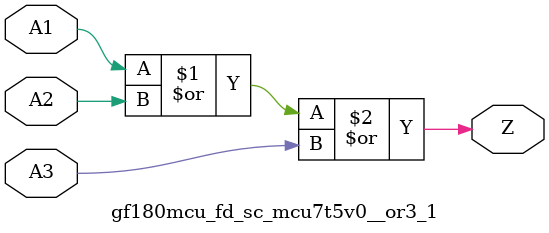
<source format=v>

module gf180mcu_fd_sc_mcu7t5v0__or3_1( A1, A2, A3, Z );
input A1, A2, A3;
output Z;

	or MGM_BG_0( Z, A1, A2, A3 );

endmodule

</source>
